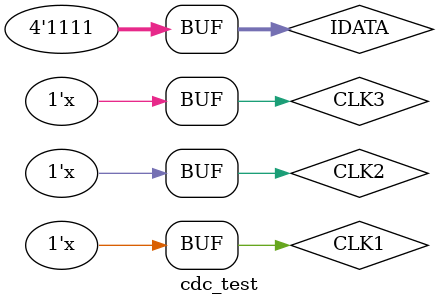
<source format=sv>
module cdc_test;
reg CLK1;
reg CLK2;
reg CLK3;
reg [3:0] IDATA;
reg [3:0] ODATA;

trig_gen inst_trg (
    .CLK1(CLK1),
    .CLK2(CLK2),
    .CLK3(CLK3),
    .IDATA(IDATA),
    .ODATA(ODATA));

//тактирование
	always #5 CLK1 = ~CLK1;
	always #8 CLK2 = ~CLK2;
	always #14 CLK3 = ~CLK3;

initial begin
    CLK1 = 0;
    CLK2 = 0;
    CLK3 = 0;
    IDATA = 4'b0;
    for (int i = 0; i<=15; i=i+1)
    begin
        #200 IDATA <= i;
    end

end

endmodule
</source>
